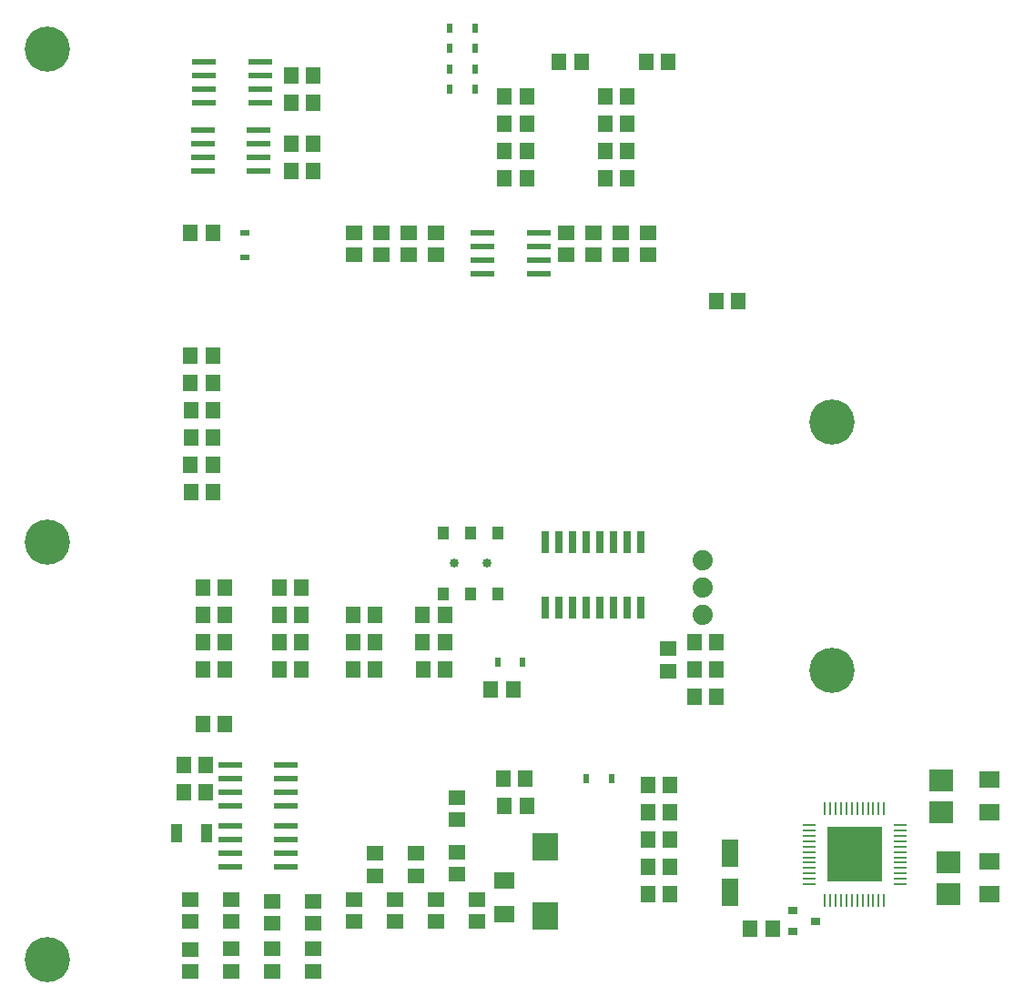
<source format=gtp>
G04 MADE WITH FRITZING*
G04 WWW.FRITZING.ORG*
G04 DOUBLE SIDED*
G04 HOLES PLATED*
G04 CONTOUR ON CENTER OF CONTOUR VECTOR*
%ASAXBY*%
%FSLAX23Y23*%
%MOIN*%
%OFA0B0*%
%SFA1.0B1.0*%
%ADD10C,0.033465*%
%ADD11C,0.074000*%
%ADD12C,0.165354*%
%ADD13R,0.039370X0.045276*%
%ADD14R,0.055118X0.059055*%
%ADD15R,0.010000X0.045000*%
%ADD16R,0.045000X0.010000*%
%ADD17R,0.035433X0.031496*%
%ADD18R,0.062992X0.102362*%
%ADD19R,0.039370X0.070866*%
%ADD20R,0.059055X0.055118*%
%ADD21R,0.024803X0.032677*%
%ADD22R,0.032677X0.024803*%
%ADD23R,0.087000X0.024000*%
%ADD24R,0.094488X0.102362*%
%ADD25R,0.074803X0.062992*%
%ADD26R,0.086614X0.078740*%
%ADD27R,0.026000X0.080000*%
%ADD28R,0.204724X0.204724*%
%ADD29R,0.001000X0.001000*%
%LNPASTEMASK1*%
G90*
G70*
G54D10*
X1800Y1767D03*
X1682Y1767D03*
G54D11*
X2593Y1778D03*
X2593Y1678D03*
X2593Y1578D03*
G54D12*
X3065Y2283D03*
X3065Y1373D03*
X190Y315D03*
X190Y3650D03*
X190Y1845D03*
G54D13*
X1840Y1878D03*
X1741Y1878D03*
X1643Y1878D03*
X1840Y1656D03*
X1741Y1656D03*
X1643Y1656D03*
G54D14*
X1897Y1303D03*
X1816Y1303D03*
X2641Y2728D03*
X2722Y2728D03*
G54D15*
X3039Y532D03*
X3059Y532D03*
X3079Y532D03*
X3098Y532D03*
X3118Y532D03*
X3138Y532D03*
X3157Y532D03*
X3177Y532D03*
X3197Y532D03*
X3216Y532D03*
X3236Y532D03*
X3256Y532D03*
G54D16*
X3315Y591D03*
X3315Y611D03*
X3315Y630D03*
X3315Y650D03*
X3315Y670D03*
X3315Y689D03*
X3315Y709D03*
X3315Y729D03*
X3315Y748D03*
X3315Y768D03*
X3315Y788D03*
X3315Y808D03*
G54D15*
X3256Y867D03*
X3236Y867D03*
X3216Y867D03*
X3197Y867D03*
X3177Y867D03*
X3157Y867D03*
X3138Y867D03*
X3118Y867D03*
X3098Y867D03*
X3079Y867D03*
X3059Y867D03*
X3039Y867D03*
G54D16*
X2980Y808D03*
X2980Y788D03*
X2980Y768D03*
X2980Y748D03*
X2980Y729D03*
X2980Y709D03*
X2980Y689D03*
X2980Y670D03*
X2980Y650D03*
X2980Y630D03*
X2980Y611D03*
X2980Y591D03*
G54D17*
X2921Y493D03*
X2921Y418D03*
X3004Y455D03*
G54D18*
X2691Y561D03*
X2691Y703D03*
G54D19*
X776Y778D03*
X666Y778D03*
G54D14*
X2641Y1278D03*
X2560Y1278D03*
X2561Y1378D03*
X2641Y1378D03*
X2641Y1478D03*
X2560Y1478D03*
G54D20*
X2391Y2978D03*
X2391Y2897D03*
X2291Y2978D03*
X2291Y2897D03*
G54D14*
X2066Y3603D03*
X2147Y3603D03*
X2466Y3603D03*
X2385Y3603D03*
G54D20*
X2091Y2978D03*
X2091Y2897D03*
X2191Y2978D03*
X2191Y2897D03*
X2466Y1372D03*
X2466Y1453D03*
G54D14*
X716Y2978D03*
X797Y2978D03*
G54D21*
X1932Y1403D03*
X1841Y1403D03*
G54D22*
X916Y2978D03*
X916Y2887D03*
G54D23*
X1066Y928D03*
X860Y878D03*
X860Y978D03*
X1066Y978D03*
X860Y928D03*
X1066Y1028D03*
X860Y1028D03*
X1066Y878D03*
X1066Y703D03*
X860Y653D03*
X860Y753D03*
X1066Y753D03*
X860Y703D03*
X1066Y803D03*
X860Y803D03*
X1066Y653D03*
G54D14*
X1941Y978D03*
X1860Y978D03*
X760Y1578D03*
X841Y1578D03*
X760Y1678D03*
X841Y1678D03*
X1566Y1478D03*
X1647Y1478D03*
X1566Y1578D03*
X1647Y1578D03*
X1866Y878D03*
X1947Y878D03*
G54D21*
X2166Y978D03*
X2257Y978D03*
G54D14*
X841Y1178D03*
X760Y1178D03*
X798Y2228D03*
X717Y2228D03*
X716Y2428D03*
X797Y2428D03*
X716Y2128D03*
X797Y2128D03*
G54D20*
X1166Y272D03*
X1166Y353D03*
X1016Y272D03*
X1016Y353D03*
X716Y272D03*
X716Y352D03*
X866Y272D03*
X866Y353D03*
X866Y453D03*
X866Y534D03*
X1541Y703D03*
X1541Y622D03*
G54D14*
X798Y2328D03*
X717Y2328D03*
G54D20*
X716Y453D03*
X716Y534D03*
X1391Y703D03*
X1391Y622D03*
X1166Y447D03*
X1166Y528D03*
X1016Y447D03*
X1016Y528D03*
G54D24*
X2016Y476D03*
X2016Y728D03*
G54D14*
X1866Y3178D03*
X1947Y3178D03*
G54D21*
X1666Y3653D03*
X1757Y3653D03*
X1666Y3728D03*
X1757Y3728D03*
X1666Y3503D03*
X1757Y3503D03*
X1666Y3578D03*
X1757Y3578D03*
G54D14*
X841Y1478D03*
X760Y1478D03*
X2316Y3478D03*
X2235Y3478D03*
G54D20*
X1316Y453D03*
X1316Y534D03*
X1466Y453D03*
X1466Y534D03*
G54D14*
X841Y1378D03*
X760Y1378D03*
X2766Y428D03*
X2847Y428D03*
X716Y2528D03*
X797Y2528D03*
X798Y2028D03*
X717Y2028D03*
X2472Y753D03*
X2391Y753D03*
X1391Y1378D03*
X1310Y1378D03*
X1648Y1378D03*
X1567Y1378D03*
G54D25*
X3641Y853D03*
X3641Y975D03*
X3641Y553D03*
X3641Y675D03*
X1866Y603D03*
X1866Y481D03*
G54D14*
X1866Y3478D03*
X1947Y3478D03*
X2316Y3378D03*
X2235Y3378D03*
X1866Y3378D03*
X1947Y3378D03*
G54D26*
X3466Y971D03*
X3466Y853D03*
X3491Y671D03*
X3491Y553D03*
G54D20*
X1516Y2978D03*
X1516Y2897D03*
X1316Y2978D03*
X1316Y2897D03*
X1616Y2978D03*
X1616Y2897D03*
X1416Y2978D03*
X1416Y2897D03*
G54D14*
X1166Y3453D03*
X1085Y3453D03*
X1166Y3203D03*
X1085Y3203D03*
X1166Y3553D03*
X1085Y3553D03*
X1166Y3303D03*
X1085Y3303D03*
X2316Y3278D03*
X2235Y3278D03*
X2316Y3178D03*
X2235Y3178D03*
X1866Y3278D03*
X1947Y3278D03*
G54D23*
X1991Y2878D03*
X1785Y2828D03*
X1785Y2928D03*
X1991Y2928D03*
X1785Y2878D03*
X1991Y2978D03*
X1785Y2978D03*
X1991Y2828D03*
X972Y3503D03*
X766Y3453D03*
X766Y3553D03*
X972Y3553D03*
X766Y3503D03*
X972Y3603D03*
X766Y3603D03*
X972Y3453D03*
X966Y3253D03*
X760Y3203D03*
X760Y3303D03*
X966Y3303D03*
X760Y3253D03*
X966Y3353D03*
X760Y3353D03*
X966Y3203D03*
G54D14*
X1122Y1478D03*
X1041Y1478D03*
X1122Y1378D03*
X1041Y1378D03*
G54D20*
X1766Y453D03*
X1766Y534D03*
X1616Y453D03*
X1616Y534D03*
X1691Y628D03*
X1691Y709D03*
X1691Y909D03*
X1691Y828D03*
G54D14*
X2391Y853D03*
X2472Y853D03*
X1041Y1578D03*
X1121Y1578D03*
X1041Y1678D03*
X1122Y1678D03*
G54D27*
X2016Y1603D03*
X2066Y1603D03*
X2116Y1603D03*
X2166Y1603D03*
X2216Y1603D03*
X2266Y1603D03*
X2316Y1603D03*
X2366Y1603D03*
X2366Y1845D03*
X2316Y1845D03*
X2266Y1845D03*
X2216Y1845D03*
X2166Y1845D03*
X2116Y1845D03*
X2066Y1845D03*
X2016Y1845D03*
G54D14*
X1310Y1578D03*
X1391Y1578D03*
X1310Y1478D03*
X1391Y1478D03*
X2472Y653D03*
X2391Y653D03*
X2391Y553D03*
X2471Y553D03*
X2391Y953D03*
X2471Y953D03*
X691Y928D03*
X772Y928D03*
X772Y1028D03*
X691Y1028D03*
G54D28*
X3148Y701D03*
G54D29*
D02*
G04 End of PasteMask1*
M02*
</source>
